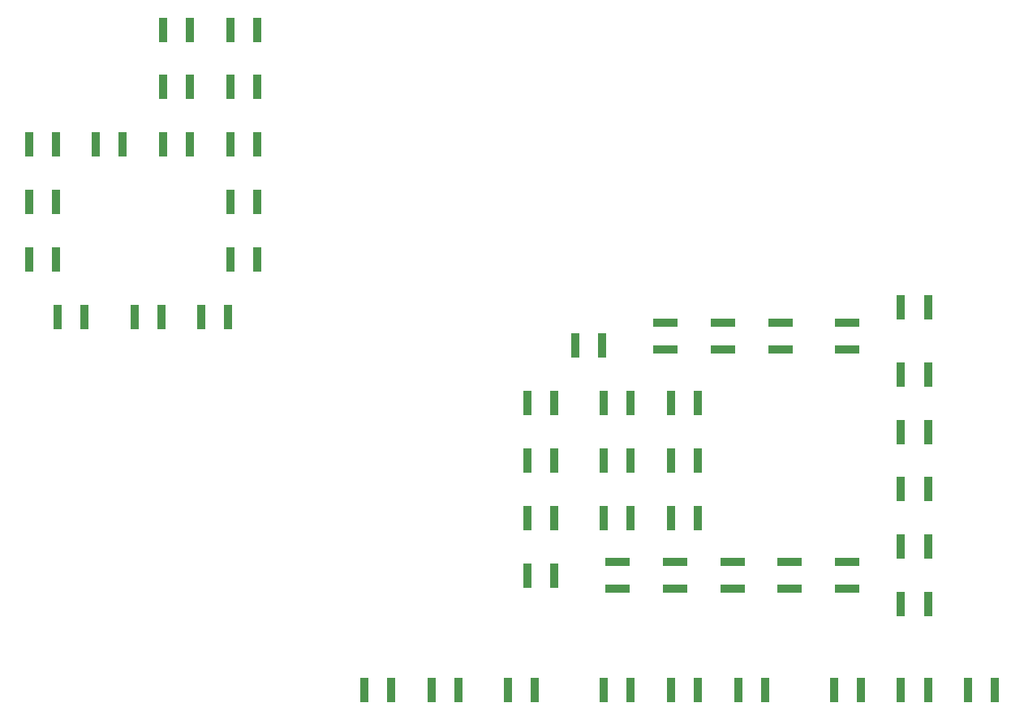
<source format=gbp>
%FSLAX44Y44*%
%MOMM*%
G71*
G01*
G75*
G04 Layer_Color=128*
%ADD10R,2.5000X1.2600*%
%ADD11R,2.5000X1.0000*%
%ADD12R,1.3000X1.3000*%
%ADD13R,2.6000X0.9500*%
%ADD14R,1.0000X1.0000*%
G04:AMPARAMS|DCode=15|XSize=1.8mm|YSize=2mm|CornerRadius=0mm|HoleSize=0mm|Usage=FLASHONLY|Rotation=180.000|XOffset=0mm|YOffset=0mm|HoleType=Round|Shape=Octagon|*
%AMOCTAGOND15*
4,1,8,0.4500,-1.0000,-0.4500,-1.0000,-0.9000,-0.5500,-0.9000,0.5500,-0.4500,1.0000,0.4500,1.0000,0.9000,0.5500,0.9000,-0.5500,0.4500,-1.0000,0.0*
%
%ADD15OCTAGOND15*%

%ADD16R,1.8000X2.0000*%
%ADD17O,0.4500X1.8000*%
%ADD18R,1.8000X1.1500*%
%ADD19R,0.9500X1.7000*%
%ADD20R,0.8000X0.8000*%
%ADD21R,1.3500X2.8000*%
%ADD22R,1.2000X2.6000*%
%ADD23R,0.7000X1.8000*%
%ADD24R,0.9500X2.6000*%
%ADD25C,0.3500*%
%ADD26R,1.3500X1.9000*%
%ADD27R,1.4000X2.1000*%
G04:AMPARAMS|DCode=28|XSize=1.5mm|YSize=0.35mm|CornerRadius=0.035mm|HoleSize=0mm|Usage=FLASHONLY|Rotation=0.000|XOffset=0mm|YOffset=0mm|HoleType=Round|Shape=RoundedRectangle|*
%AMROUNDEDRECTD28*
21,1,1.5000,0.2800,0,0,0.0*
21,1,1.4300,0.3500,0,0,0.0*
1,1,0.0700,0.7150,-0.1400*
1,1,0.0700,-0.7150,-0.1400*
1,1,0.0700,-0.7150,0.1400*
1,1,0.0700,0.7150,0.1400*
%
%ADD28ROUNDEDRECTD28*%
G04:AMPARAMS|DCode=29|XSize=1.5mm|YSize=1.2mm|CornerRadius=0.12mm|HoleSize=0mm|Usage=FLASHONLY|Rotation=0.000|XOffset=0mm|YOffset=0mm|HoleType=Round|Shape=RoundedRectangle|*
%AMROUNDEDRECTD29*
21,1,1.5000,0.9600,0,0,0.0*
21,1,1.2600,1.2000,0,0,0.0*
1,1,0.2400,0.6300,-0.4800*
1,1,0.2400,-0.6300,-0.4800*
1,1,0.2400,-0.6300,0.4800*
1,1,0.2400,0.6300,0.4800*
%
%ADD29ROUNDEDRECTD29*%
%ADD30R,0.8500X0.7000*%
%ADD31R,1.1176X0.6096*%
%ADD32R,1.1000X0.6000*%
%ADD33R,1.3000X2.2000*%
%ADD34O,0.5500X1.6000*%
%ADD35R,2.2000X1.2000*%
%ADD36R,2.0000X1.0000*%
%ADD37R,1.9000X1.3500*%
%ADD38C,0.3600*%
%ADD39C,0.1000*%
%ADD40C,0.2540*%
%ADD41C,1.5000*%
%ADD42C,1.5000*%
%ADD43O,4.0000X2.0000*%
%ADD44O,2.0000X4.0000*%
%ADD45O,2.0000X4.5000*%
%ADD46C,1.6000*%
%ADD47R,1.6000X1.6000*%
%ADD48R,1.5000X1.5000*%
G04:AMPARAMS|DCode=49|XSize=2.4mm|YSize=1.6mm|CornerRadius=0.4mm|HoleSize=0mm|Usage=FLASHONLY|Rotation=0.000|XOffset=0mm|YOffset=0mm|HoleType=Round|Shape=RoundedRectangle|*
%AMROUNDEDRECTD49*
21,1,2.4000,0.8000,0,0,0.0*
21,1,1.6000,1.6000,0,0,0.0*
1,1,0.8000,0.8000,-0.4000*
1,1,0.8000,-0.8000,-0.4000*
1,1,0.8000,-0.8000,0.4000*
1,1,0.8000,0.8000,0.4000*
%
%ADD49ROUNDEDRECTD49*%
%ADD50C,1.6900*%
%ADD51R,1.6900X1.6900*%
%ADD52C,4.7600*%
%ADD53R,1.5000X1.5000*%
%ADD54C,0.4000*%
%ADD55C,0.6000*%
%ADD56C,1.0160*%
%ADD57C,1.5080*%
%ADD58C,1.5080*%
%ADD59C,1.4080*%
%ADD60O,2.0080X1.3080*%
%ADD61C,1.5980*%
%ADD62C,3.7680*%
%ADD63C,0.7080*%
%ADD64C,0.2500*%
%ADD65C,0.6000*%
%ADD66C,0.2000*%
%ADD67C,0.0500*%
%ADD68C,0.1500*%
%ADD69R,1.5240X3.8100*%
%ADD70R,2.7040X1.4640*%
%ADD71R,2.7040X1.2040*%
%ADD72R,1.5040X1.5040*%
%ADD73R,2.8040X1.1540*%
%ADD74R,1.2040X1.2040*%
G04:AMPARAMS|DCode=75|XSize=2.004mm|YSize=2.204mm|CornerRadius=0mm|HoleSize=0mm|Usage=FLASHONLY|Rotation=180.000|XOffset=0mm|YOffset=0mm|HoleType=Round|Shape=Octagon|*
%AMOCTAGOND75*
4,1,8,0.5010,-1.1020,-0.5010,-1.1020,-1.0020,-0.6010,-1.0020,0.6010,-0.5010,1.1020,0.5010,1.1020,1.0020,0.6010,1.0020,-0.6010,0.5010,-1.1020,0.0*
%
%ADD75OCTAGOND75*%

%ADD76R,2.0040X2.2040*%
%ADD77O,0.6540X2.0040*%
%ADD78R,2.0040X1.3540*%
%ADD79R,1.1540X1.9040*%
%ADD80R,1.0040X1.0040*%
%ADD81R,1.5540X3.0040*%
%ADD82R,1.4040X2.8040*%
%ADD83R,0.9040X2.0040*%
%ADD84R,1.1540X2.8040*%
%ADD85C,0.5100*%
%ADD86R,1.5540X2.1040*%
%ADD87R,1.6040X2.3040*%
G04:AMPARAMS|DCode=88|XSize=1.704mm|YSize=0.554mm|CornerRadius=0.137mm|HoleSize=0mm|Usage=FLASHONLY|Rotation=0.000|XOffset=0mm|YOffset=0mm|HoleType=Round|Shape=RoundedRectangle|*
%AMROUNDEDRECTD88*
21,1,1.7040,0.2800,0,0,0.0*
21,1,1.4300,0.5540,0,0,0.0*
1,1,0.2740,0.7150,-0.1400*
1,1,0.2740,-0.7150,-0.1400*
1,1,0.2740,-0.7150,0.1400*
1,1,0.2740,0.7150,0.1400*
%
%ADD88ROUNDEDRECTD88*%
G04:AMPARAMS|DCode=89|XSize=1.704mm|YSize=1.404mm|CornerRadius=0.222mm|HoleSize=0mm|Usage=FLASHONLY|Rotation=0.000|XOffset=0mm|YOffset=0mm|HoleType=Round|Shape=RoundedRectangle|*
%AMROUNDEDRECTD89*
21,1,1.7040,0.9600,0,0,0.0*
21,1,1.2600,1.4040,0,0,0.0*
1,1,0.4440,0.6300,-0.4800*
1,1,0.4440,-0.6300,-0.4800*
1,1,0.4440,-0.6300,0.4800*
1,1,0.4440,0.6300,0.4800*
%
%ADD89ROUNDEDRECTD89*%
%ADD90R,1.0540X0.9040*%
%ADD91R,1.3216X0.8136*%
%ADD92R,1.3040X0.8040*%
%ADD93R,1.5040X2.4040*%
%ADD94O,0.7540X1.8040*%
%ADD95R,2.4040X1.4040*%
%ADD96R,2.2040X1.2040*%
%ADD97R,2.1040X1.5540*%
%ADD98C,0.5200*%
%ADD99C,1.7040*%
%ADD100C,1.7040*%
%ADD101O,4.2040X2.2040*%
%ADD102O,2.2040X4.2040*%
%ADD103O,2.2040X4.7040*%
%ADD104C,1.8040*%
%ADD105R,1.8040X1.8040*%
%ADD106R,1.7040X1.7040*%
G04:AMPARAMS|DCode=107|XSize=2.604mm|YSize=1.804mm|CornerRadius=0.502mm|HoleSize=0mm|Usage=FLASHONLY|Rotation=0.000|XOffset=0mm|YOffset=0mm|HoleType=Round|Shape=RoundedRectangle|*
%AMROUNDEDRECTD107*
21,1,2.6040,0.8000,0,0,0.0*
21,1,1.6000,1.8040,0,0,0.0*
1,1,1.0040,0.8000,-0.4000*
1,1,1.0040,-0.8000,-0.4000*
1,1,1.0040,-0.8000,0.4000*
1,1,1.0040,0.8000,0.4000*
%
%ADD107ROUNDEDRECTD107*%
%ADD108C,1.8940*%
%ADD109R,1.8940X1.8940*%
%ADD110C,4.9640*%
%ADD111R,1.7040X1.7040*%
%ADD112C,0.5000*%
%ADD113C,0.7000*%
D13*
X1630000Y1516000D02*
D03*
Y1544000D02*
D03*
X1690000Y1516000D02*
D03*
Y1544000D02*
D03*
X1750000Y1516000D02*
D03*
Y1544001D02*
D03*
X1810000Y1516000D02*
D03*
Y1544001D02*
D03*
X1870000Y1516000D02*
D03*
Y1544000D02*
D03*
X1680000Y1794001D02*
D03*
Y1766000D02*
D03*
X1740000Y1794000D02*
D03*
Y1766000D02*
D03*
X1800000Y1794000D02*
D03*
Y1766000D02*
D03*
X1870000Y1794001D02*
D03*
Y1766000D02*
D03*
D24*
X1536000Y1650000D02*
D03*
X1564000D02*
D03*
X1536000Y1530000D02*
D03*
X1564000D02*
D03*
X1536000Y1590000D02*
D03*
X1564000D02*
D03*
X1536000Y1710000D02*
D03*
X1564000D02*
D03*
X1586000Y1770000D02*
D03*
X1614000D02*
D03*
X1616000Y1710000D02*
D03*
X1644000D02*
D03*
X1616000Y1650000D02*
D03*
X1644000D02*
D03*
X1616000Y1590000D02*
D03*
X1644000D02*
D03*
X1686000Y1710000D02*
D03*
X1714000D02*
D03*
X1016000Y1860000D02*
D03*
X1044000D02*
D03*
X1016000Y1920000D02*
D03*
X1044000D02*
D03*
X1016000Y1980000D02*
D03*
X1044000D02*
D03*
X1086000D02*
D03*
X1114000D02*
D03*
X1156000D02*
D03*
X1184000D02*
D03*
X1156000Y2040000D02*
D03*
X1184000D02*
D03*
X1156000Y2100000D02*
D03*
X1184000D02*
D03*
X1226000D02*
D03*
X1254000D02*
D03*
X1226000Y2040000D02*
D03*
X1254000D02*
D03*
X1226000Y1980000D02*
D03*
X1254000D02*
D03*
X1226000Y1920000D02*
D03*
X1254000D02*
D03*
X1226000Y1860000D02*
D03*
X1254000D02*
D03*
X1196000Y1800000D02*
D03*
X1224000D02*
D03*
X1046000D02*
D03*
X1074000D02*
D03*
X1126000D02*
D03*
X1154000D02*
D03*
X1394000Y1410000D02*
D03*
X1366000D02*
D03*
X1464000D02*
D03*
X1436000D02*
D03*
X1544001D02*
D03*
X1516000D02*
D03*
X1644000D02*
D03*
X1616000D02*
D03*
X1714000D02*
D03*
X1686000D02*
D03*
X1784000D02*
D03*
X1756000D02*
D03*
X1884000D02*
D03*
X1856000D02*
D03*
X1954000D02*
D03*
X1926000D02*
D03*
X2024000D02*
D03*
X1996000D02*
D03*
X1686000Y1650000D02*
D03*
X1714000D02*
D03*
X1686000Y1590000D02*
D03*
X1714000D02*
D03*
X1926000Y1500000D02*
D03*
X1954000D02*
D03*
X1926000Y1810000D02*
D03*
X1954000D02*
D03*
X1926000Y1740000D02*
D03*
X1954000D02*
D03*
X1926000Y1680000D02*
D03*
X1954000D02*
D03*
X1926000Y1620000D02*
D03*
X1954000D02*
D03*
X1926000Y1560000D02*
D03*
X1954000D02*
D03*
M02*

</source>
